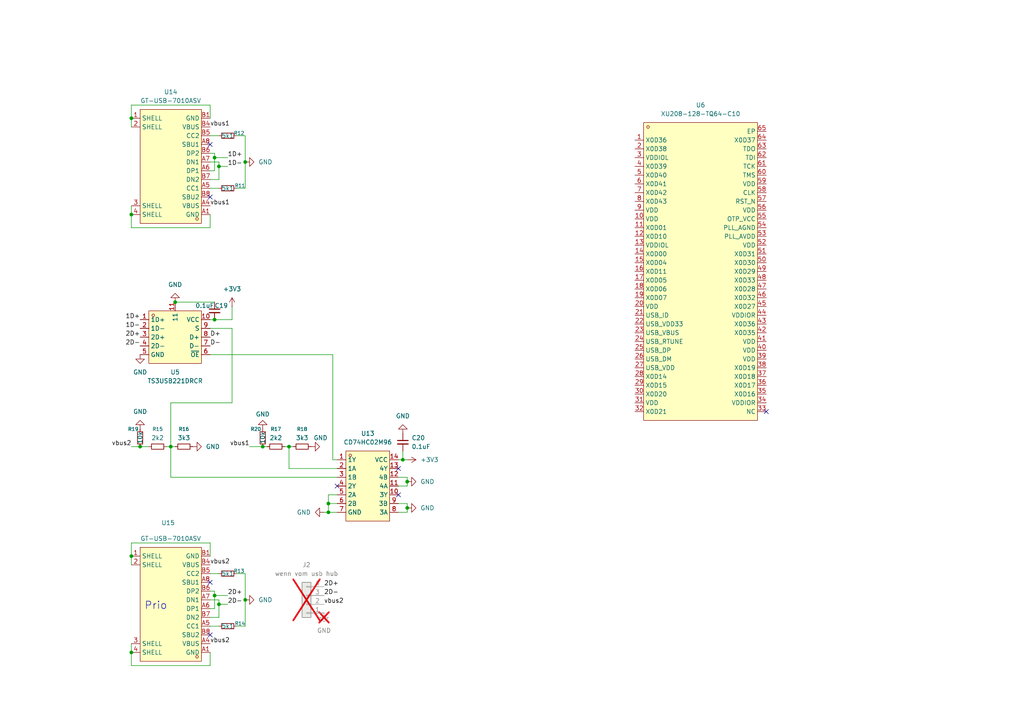
<source format=kicad_sch>
(kicad_sch (version 20250114) (generator "eeschema") (generator_version "9.0")
  (paper "A4")
  (lib_symbols
    (symbol "Connector_Generic:Conn_01x04" (pin_names (offset 1.016) (hide yes))
      (property "Reference" "J" (at 0 5.08 0))
      (property "Value" "Conn_01x04" (at 0 -7.62 0))
      (symbol "Conn_01x04_1_1"
        (rectangle (start -1.27 3.81) (end 1.27 -6.35) (stroke (width 0.254)) (fill (type background)))
        (rectangle (start -1.27 2.667) (end 0 2.413) (stroke (width 0.1524)))
        (rectangle (start -1.27 0.127) (end 0 -0.127) (stroke (width 0.1524)))
        (rectangle (start -1.27 -2.413) (end 0 -2.667) (stroke (width 0.1524)))
        (rectangle (start -1.27 -4.953) (end 0 -5.207) (stroke (width 0.1524)))
        (pin passive line (at -5.08 2.54 0) (length 3.81) (name "Pin_1") (number "1"))
        (pin passive line (at -5.08 0 0) (length 3.81) (name "Pin_2") (number "2"))
        (pin passive line (at -5.08 -2.54 0) (length 3.81) (name "Pin_3") (number "3"))
        (pin passive line (at -5.08 -5.08 0) (length 3.81) (name "Pin_4") (number "4"))
      )
    )
    (symbol "Device:C_Small" (pin_numbers (hide yes)) (pin_names (offset 0.254) (hide yes))
      (property "Reference" "C" (at 0.254 1.778 0))
      (property "Value" "C_Small" (at 0.254 -2.032 0))
      (symbol "C_Small_0_1"
        (polyline (pts (xy -1.524 0.508) (xy 1.524 0.508)) (stroke (width 0.3048)))
        (polyline (pts (xy -1.524 -0.508) (xy 1.524 -0.508)) (stroke (width 0.3302)))
      )
      (symbol "C_Small_1_1"
        (pin passive line (at 0 2.54 270) (length 2.032) (name "~") (number "1"))
        (pin passive line (at 0 -2.54 90) (length 2.032) (name "~") (number "2"))
      )
    )
    (symbol "Device:R_Small" (pin_numbers (hide yes)) (pin_names (offset 0.254) (hide yes))
      (property "Reference" "R" (at 0 0 90))
      (property "Value" "R_Small" (at 1.778 0 90))
      (symbol "R_Small_0_1"
        (rectangle (start -0.762 1.778) (end 0.762 -1.778) (stroke (width 0.2032)))
      )
      (symbol "R_Small_1_1"
        (pin passive line (at 0 2.54 270) (length 0.762) (name "~") (number "1"))
        (pin passive line (at 0 -2.54 90) (length 0.762) (name "~") (number "2"))
      )
    )
    (symbol "GT-USB-7010ASV_1"
      (property "Reference" "U" (at 0 20.32 0))
      (property "Value" "GT-USB-7010ASV" (at 0 -17.78 0))
      (symbol "GT-USB-7010ASV_1_0_1"
        (rectangle (start -10.16 17.78) (end 7.62 -15.24) (fill (type background)))
        (circle (center -8.89 16.51) (radius 0.38))
        (pin unspecified line (at -12.7 10.16 0) (length 2.54) (name "SBU2") (number "B8"))
        (pin unspecified line (at -12.7 7.62 0) (length 2.54) (name "CC1") (number "A5"))
        (pin unspecified line (at -12.7 5.08 0) (length 2.54) (name "DN2") (number "B7"))
        (pin unspecified line (at -12.7 2.54 0) (length 2.54) (name "DP1") (number "A6"))
        (pin unspecified line (at -12.7 0 0) (length 2.54) (name "DN1") (number "A7"))
        (pin unspecified line (at -12.7 -2.54 0) (length 2.54) (name "DP2") (number "B6"))
        (pin unspecified line (at -12.7 -5.08 0) (length 2.54) (name "SBU1") (number "A8"))
        (pin unspecified line (at -12.7 -7.62 0) (length 2.54) (name "CC2") (number "B5"))
        (pin unspecified line (at 10.16 15.24 180) (length 2.54) (name "SHELL") (number "4"))
        (pin unspecified line (at 10.16 12.7 180) (length 2.54) (name "SHELL") (number "3"))
        (pin unspecified line (at 10.16 -10.16 180) (length 2.54) (name "SHELL") (number "2"))
        (pin unspecified line (at 10.16 -12.7 180) (length 2.54) (name "SHELL") (number "1"))
      )
      (symbol "GT-USB-7010ASV_1_1_1"
        (pin unspecified line (at -12.7 15.24 0) (length 2.54) (name "GND") (number "A1"))
        (pin unspecified line (at -12.7 12.7 0) (length 2.54) (name "VBUS") (number "A4"))
        (pin unspecified line (at -12.7 -10.16 0) (length 2.54) (name "VBUS") (number "B4"))
        (pin unspecified line (at -12.7 -12.7 0) (length 2.54) (name "GND") (number "B1"))
      )
    )
    (symbol "easyeda2kicad:CD74HC02M96"
      (property "Reference" "U" (at 0 12.7 0))
      (property "Value" "CD74HC02M96" (at 0 -12.7 0))
      (symbol "CD74HC02M96_0_1"
        (rectangle (start -6.35 10.16) (end 6.35 -10.16) (fill (type background)))
        (circle (center -5.08 8.89) (radius 0.38))
        (pin unspecified line (at -8.89 7.62 0) (length 2.54) (name "1Y") (number "1"))
        (pin unspecified line (at -8.89 5.08 0) (length 2.54) (name "1A") (number "2"))
        (pin unspecified line (at -8.89 2.54 0) (length 2.54) (name "1B") (number "3"))
        (pin unspecified line (at -8.89 0 0) (length 2.54) (name "2Y") (number "4"))
        (pin unspecified line (at -8.89 -2.54 0) (length 2.54) (name "2A") (number "5"))
        (pin unspecified line (at -8.89 -5.08 0) (length 2.54) (name "2B") (number "6"))
        (pin unspecified line (at -8.89 -7.62 0) (length 2.54) (name "GND") (number "7"))
        (pin unspecified line (at 8.89 7.62 180) (length 2.54) (name "VCC") (number "14"))
        (pin unspecified line (at 8.89 5.08 180) (length 2.54) (name "4Y") (number "13"))
        (pin unspecified line (at 8.89 2.54 180) (length 2.54) (name "4B") (number "12"))
        (pin unspecified line (at 8.89 0 180) (length 2.54) (name "4A") (number "11"))
        (pin unspecified line (at 8.89 -2.54 180) (length 2.54) (name "3Y") (number "10"))
        (pin unspecified line (at 8.89 -5.08 180) (length 2.54) (name "3B") (number "9"))
        (pin unspecified line (at 8.89 -7.62 180) (length 2.54) (name "3A") (number "8"))
      )
    )
    (symbol "easyeda2kicad:GT-USB-7010ASV"
      (property "Reference" "U" (at 0 20.32 0))
      (property "Value" "GT-USB-7010ASV" (at 0 -17.78 0))
      (symbol "GT-USB-7010ASV_0_1"
        (rectangle (start -10.16 17.78) (end 7.62 -15.24) (fill (type background)))
        (circle (center -8.89 16.51) (radius 0.38))
        (pin unspecified line (at -12.7 10.16 0) (length 2.54) (name "SBU2") (number "B8"))
        (pin unspecified line (at -12.7 7.62 0) (length 2.54) (name "CC1") (number "A5"))
        (pin unspecified line (at -12.7 5.08 0) (length 2.54) (name "DN2") (number "B7"))
        (pin unspecified line (at -12.7 2.54 0) (length 2.54) (name "DP1") (number "A6"))
        (pin unspecified line (at -12.7 0 0) (length 2.54) (name "DN1") (number "A7"))
        (pin unspecified line (at -12.7 -2.54 0) (length 2.54) (name "DP2") (number "B6"))
        (pin unspecified line (at -12.7 -5.08 0) (length 2.54) (name "SBU1") (number "A8"))
        (pin unspecified line (at -12.7 -7.62 0) (length 2.54) (name "CC2") (number "B5"))
        (pin unspecified line (at 10.16 15.24 180) (length 2.54) (name "SHELL") (number "4"))
        (pin unspecified line (at 10.16 12.7 180) (length 2.54) (name "SHELL") (number "3"))
        (pin unspecified line (at 10.16 -10.16 180) (length 2.54) (name "SHELL") (number "2"))
        (pin unspecified line (at 10.16 -12.7 180) (length 2.54) (name "SHELL") (number "1"))
      )
      (symbol "GT-USB-7010ASV_1_1"
        (pin unspecified line (at -12.7 15.24 0) (length 2.54) (name "GND") (number "A1"))
        (pin unspecified line (at -12.7 12.7 0) (length 2.54) (name "VBUS") (number "A4"))
        (pin unspecified line (at -12.7 -10.16 0) (length 2.54) (name "VBUS") (number "B4"))
        (pin unspecified line (at -12.7 -12.7 0) (length 2.54) (name "GND") (number "B1"))
      )
    )
    (symbol "easyeda2kicad:TS3USB221DRCR"
      (property "Reference" "U" (at 0 15.24 0))
      (property "Value" "TS3USB221DRCR" (at 0 -10.16 0))
      (symbol "TS3USB221DRCR_0_1"
        (rectangle (start -7.62 7.62) (end 7.62 -7.62) (fill (type background)))
        (circle (center -6.35 6.35) (radius 0.38))
        (pin unspecified line (at -10.16 5.08 0) (length 2.54) (name "1D+") (number "1"))
        (pin unspecified line (at -10.16 2.54 0) (length 2.54) (name "1D-") (number "2"))
        (pin unspecified line (at -10.16 0 0) (length 2.54) (name "2D+") (number "3"))
        (pin unspecified line (at -10.16 -2.54 0) (length 2.54) (name "2D-") (number "4"))
        (pin unspecified line (at -10.16 -5.08 0) (length 2.54) (name "GND") (number "5"))
        (pin unspecified line (at 0 10.16 270) (length 2.54) (name "11") (number "11"))
        (pin unspecified line (at 10.16 5.08 180) (length 2.54) (name "VCC") (number "10"))
        (pin unspecified line (at 10.16 2.54 180) (length 2.54) (name "S") (number "9"))
        (pin unspecified line (at 10.16 0 180) (length 2.54) (name "D+") (number "8"))
        (pin unspecified line (at 10.16 -2.54 180) (length 2.54) (name "D-") (number "7"))
        (pin unspecified line (at 10.16 -5.08 180) (length 2.54) (name "~{OE}") (number "6"))
      )
    )
    (symbol "easyeda2kicad:XU208-128-TQ64-C10"
      (property "Reference" "U" (at 0 45.72 0))
      (property "Value" "XU208-128-TQ64-C10" (at 0 -45.72 0))
      (symbol "XU208-128-TQ64-C10_0_1"
        (rectangle (start -16.51 43.18) (end 16.51 -43.18) (fill (type background)))
        (circle (center -15.24 41.91) (radius 0.38))
        (pin unspecified line (at -19.05 38.1 0) (length 2.54) (name "X0D36") (number "1"))
        (pin unspecified line (at -19.05 35.56 0) (length 2.54) (name "X0D38") (number "2"))
        (pin unspecified line (at -19.05 33.02 0) (length 2.54) (name "VDDIOL") (number "3"))
        (pin unspecified line (at -19.05 30.48 0) (length 2.54) (name "X0D39") (number "4"))
        (pin unspecified line (at -19.05 27.94 0) (length 2.54) (name "X0D40") (number "5"))
        (pin unspecified line (at -19.05 25.4 0) (length 2.54) (name "X0D41") (number "6"))
        (pin unspecified line (at -19.05 22.86 0) (length 2.54) (name "X0D42") (number "7"))
        (pin unspecified line (at -19.05 20.32 0) (length 2.54) (name "X0D43") (number "8"))
        (pin unspecified line (at -19.05 17.78 0) (length 2.54) (name "VDD") (number "9"))
        (pin unspecified line (at -19.05 15.24 0) (length 2.54) (name "VDD") (number "10"))
        (pin unspecified line (at -19.05 12.7 0) (length 2.54) (name "X0D01") (number "11"))
        (pin unspecified line (at -19.05 10.16 0) (length 2.54) (name "X0D10") (number "12"))
        (pin unspecified line (at -19.05 7.62 0) (length 2.54) (name "VDDIOL") (number "13"))
        (pin unspecified line (at -19.05 5.08 0) (length 2.54) (name "X0D00") (number "14"))
        (pin unspecified line (at -19.05 2.54 0) (length 2.54) (name "X0D04") (number "15"))
        (pin unspecified line (at -19.05 0 0) (length 2.54) (name "X0D11") (number "16"))
        (pin unspecified line (at -19.05 -2.54 0) (length 2.54) (name "X0D05") (number "17"))
        (pin unspecified line (at -19.05 -5.08 0) (length 2.54) (name "X0D06") (number "18"))
        (pin unspecified line (at -19.05 -7.62 0) (length 2.54) (name "X0D07") (number "19"))
        (pin unspecified line (at -19.05 -10.16 0) (length 2.54) (name "VDD") (number "20"))
        (pin unspecified line (at -19.05 -12.7 0) (length 2.54) (name "USB_ID") (number "21"))
        (pin unspecified line (at -19.05 -15.24 0) (length 2.54) (name "USB_VDD33") (number "22"))
        (pin unspecified line (at -19.05 -17.78 0) (length 2.54) (name "USB_VBUS") (number "23"))
        (pin unspecified line (at -19.05 -20.32 0) (length 2.54) (name "USB_RTUNE") (number "24"))
        (pin unspecified line (at -19.05 -22.86 0) (length 2.54) (name "USB_DP") (number "25"))
        (pin unspecified line (at -19.05 -25.4 0) (length 2.54) (name "USB_DM") (number "26"))
        (pin unspecified line (at -19.05 -27.94 0) (length 2.54) (name "USB_VDD") (number "27"))
        (pin unspecified line (at -19.05 -30.48 0) (length 2.54) (name "X0D14") (number "28"))
        (pin unspecified line (at -19.05 -33.02 0) (length 2.54) (name "X0D15") (number "29"))
        (pin unspecified line (at -19.05 -35.56 0) (length 2.54) (name "X0D20") (number "30"))
        (pin unspecified line (at -19.05 -38.1 0) (length 2.54) (name "VDD") (number "31"))
        (pin unspecified line (at -19.05 -40.64 0) (length 2.54) (name "X0D21") (number "32"))
        (pin unspecified line (at 19.05 40.64 180) (length 2.54) (name "EP") (number "65"))
        (pin unspecified line (at 19.05 38.1 180) (length 2.54) (name "X0D37") (number "64"))
        (pin unspecified line (at 19.05 35.56 180) (length 2.54) (name "TDO") (number "63"))
        (pin unspecified line (at 19.05 33.02 180) (length 2.54) (name "TDI") (number "62"))
        (pin unspecified line (at 19.05 30.48 180) (length 2.54) (name "TCK") (number "61"))
        (pin unspecified line (at 19.05 27.94 180) (length 2.54) (name "TMS") (number "60"))
        (pin unspecified line (at 19.05 25.4 180) (length 2.54) (name "VDD") (number "59"))
        (pin unspecified line (at 19.05 22.86 180) (length 2.54) (name "CLK") (number "58"))
        (pin unspecified line (at 19.05 20.32 180) (length 2.54) (name "RST_N") (number "57"))
        (pin unspecified line (at 19.05 17.78 180) (length 2.54) (name "VDD") (number "56"))
        (pin unspecified line (at 19.05 15.24 180) (length 2.54) (name "OTP_VCC") (number "55"))
        (pin unspecified line (at 19.05 12.7 180) (length 2.54) (name "PLL_AGND") (number "54"))
        (pin unspecified line (at 19.05 10.16 180) (length 2.54) (name "PLL_AVDD") (number "53"))
        (pin unspecified line (at 19.05 7.62 180) (length 2.54) (name "VDD") (number "52"))
        (pin unspecified line (at 19.05 5.08 180) (length 2.54) (name "X0D31") (number "51"))
        (pin unspecified line (at 19.05 2.54 180) (length 2.54) (name "X0D30") (number "50"))
        (pin unspecified line (at 19.05 0 180) (length 2.54) (name "X0D29") (number "49"))
        (pin unspecified line (at 19.05 -2.54 180) (length 2.54) (name "X0D33") (number "48"))
        (pin unspecified line (at 19.05 -5.08 180) (length 2.54) (name "X0D28") (number "47"))
        (pin unspecified line (at 19.05 -7.62 180) (length 2.54) (name "X0D32") (number "46"))
        (pin unspecified line (at 19.05 -10.16 180) (length 2.54) (name "X0D27") (number "45"))
        (pin unspecified line (at 19.05 -12.7 180) (length 2.54) (name "VDDIOR") (number "44"))
        (pin unspecified line (at 19.05 -15.24 180) (length 2.54) (name "X0D36") (number "43"))
        (pin unspecified line (at 19.05 -17.78 180) (length 2.54) (name "X0D35") (number "42"))
        (pin unspecified line (at 19.05 -20.32 180) (length 2.54) (name "VDD") (number "41"))
        (pin unspecified line (at 19.05 -22.86 180) (length 2.54) (name "VDD") (number "40"))
        (pin unspecified line (at 19.05 -25.4 180) (length 2.54) (name "VDD") (number "39"))
        (pin unspecified line (at 19.05 -27.94 180) (length 2.54) (name "X0D19") (number "38"))
        (pin unspecified line (at 19.05 -30.48 180) (length 2.54) (name "X0D18") (number "37"))
        (pin unspecified line (at 19.05 -33.02 180) (length 2.54) (name "X0D17") (number "36"))
        (pin unspecified line (at 19.05 -35.56 180) (length 2.54) (name "X0D16") (number "35"))
        (pin unspecified line (at 19.05 -38.1 180) (length 2.54) (name "VDDIOR") (number "34"))
        (pin unspecified line (at 19.05 -40.64 180) (length 2.54) (name "NC") (number "33"))
      )
    )
    (symbol "power:+3V3" (power) (pin_numbers (hide yes)) (pin_names (offset 0) (hide yes))
      (property "Value" "+3V3" (at 0 3.556 0))
      (symbol "+3V3_0_1"
        (polyline (pts (xy -0.762 1.27) (xy 0 2.54)))
        (polyline (pts (xy 0 2.54) (xy 0.762 1.27)))
        (polyline (pts (xy 0 0) (xy 0 2.54)))
      )
      (symbol "+3V3_1_1"
        (pin power_in line (at 0 0 90) (length 0) (name "~") (number "1"))
      )
    )
    (symbol "power:GND" (power) (pin_numbers (hide yes)) (pin_names (offset 0) (hide yes))
      (property "Value" "GND" (at 0 -3.81 0))
      (symbol "GND_0_1"
        (polyline (pts (xy 0 0) (xy 0 -1.27) (xy 1.27 -1.27) (xy 0 -2.54) (xy -1.27 -1.27) (xy 0 -1.27)))
      )
      (symbol "GND_1_1"
        (pin power_in line (at 0 0 270) (length 0) (name "~") (number "1"))
      )
    )
  )
  (text "Prio" (at 45.212 175.768 0) (effects (font (size 2.159 2.159))))
  (junction (at 118.11 139.7))
  (junction (at 63.5 175.26))
  (junction (at 38.1 62.23))
  (junction (at 62.23 92.71))
  (junction (at 40.64 129.54))
  (junction (at 71.12 173.99))
  (junction (at 49.53 129.54))
  (junction (at 62.23 45.72))
  (junction (at 116.84 133.35))
  (junction (at 95.25 148.59))
  (junction (at 62.23 172.72))
  (junction (at 63.5 48.26))
  (junction (at 95.25 146.05))
  (junction (at 50.8 87.63))
  (junction (at 38.1 161.29))
  (junction (at 76.2 129.54))
  (junction (at 83.82 129.54))
  (junction (at 118.11 147.32))
  (junction (at 71.12 46.99))
  (junction (at 38.1 189.23))
  (junction (at 38.1 34.29))
  (no_connect (at 60.96 57.15))
  (no_connect (at 60.96 168.91))
  (no_connect (at 115.57 135.89))
  (no_connect (at 97.79 140.97))
  (no_connect (at 60.96 184.15))
  (no_connect (at 60.96 41.91))
  (no_connect (at 115.57 143.51))
  (no_connect (at 222.25 119.38))
  (wire (pts (xy 60.96 39.37) (xy 63.5 39.37)))
  (wire (pts (xy 60.96 30.48) (xy 38.1 30.48)))
  (wire (pts (xy 67.31 116.84) (xy 67.31 95.25)))
  (wire (pts (xy 118.11 146.05) (xy 118.11 147.32)))
  (wire (pts (xy 93.98 148.59) (xy 95.25 148.59)))
  (wire (pts (xy 63.5 46.99) (xy 60.96 46.99)))
  (wire (pts (xy 67.31 92.71) (xy 67.31 88.9)))
  (wire (pts (xy 63.5 48.26) (xy 66.04 48.26)))
  (wire (pts (xy 118.11 140.97) (xy 115.57 140.97)))
  (wire (pts (xy 38.1 59.69) (xy 38.1 62.23)))
  (wire (pts (xy 60.96 161.29) (xy 60.96 157.48)))
  (wire (pts (xy 40.64 129.54) (xy 43.18 129.54)))
  (wire (pts (xy 71.12 173.99) (xy 71.12 166.37)))
  (wire (pts (xy 71.12 39.37) (xy 68.58 39.37)))
  (wire (pts (xy 49.53 138.43) (xy 49.53 129.54)))
  (wire (pts (xy 97.79 135.89) (xy 83.82 135.89)))
  (wire (pts (xy 49.53 138.43) (xy 97.79 138.43)))
  (wire (pts (xy 83.82 129.54) (xy 83.82 135.89)))
  (wire (pts (xy 116.84 130.81) (xy 116.84 133.35)))
  (wire (pts (xy 118.11 148.59) (xy 115.57 148.59)))
  (wire (pts (xy 38.1 129.54) (xy 40.64 129.54)))
  (wire (pts (xy 118.11 138.43) (xy 118.11 139.7)))
  (wire (pts (xy 96.52 133.35) (xy 96.52 102.87)))
  (wire (pts (xy 118.11 133.35) (xy 116.84 133.35)))
  (wire (pts (xy 63.5 175.26) (xy 63.5 173.99)))
  (wire (pts (xy 118.11 147.32) (xy 118.11 148.59)))
  (wire (pts (xy 60.96 49.53) (xy 62.23 49.53)))
  (wire (pts (xy 68.58 181.61) (xy 71.12 181.61)))
  (wire (pts (xy 38.1 157.48) (xy 38.1 161.29)))
  (wire (pts (xy 71.12 46.99) (xy 71.12 39.37)))
  (wire (pts (xy 60.96 92.71) (xy 62.23 92.71)))
  (wire (pts (xy 95.25 143.51) (xy 97.79 143.51)))
  (wire (pts (xy 71.12 166.37) (xy 68.58 166.37)))
  (wire (pts (xy 62.23 172.72) (xy 66.04 172.72)))
  (wire (pts (xy 62.23 45.72) (xy 62.23 44.45)))
  (wire (pts (xy 38.1 66.04) (xy 60.96 66.04)))
  (wire (pts (xy 38.1 62.23) (xy 38.1 66.04)))
  (wire (pts (xy 63.5 173.99) (xy 60.96 173.99)))
  (wire (pts (xy 96.52 102.87) (xy 60.96 102.87)))
  (wire (pts (xy 63.5 52.07) (xy 63.5 48.26)))
  (wire (pts (xy 38.1 186.69) (xy 38.1 189.23)))
  (wire (pts (xy 68.58 54.61) (xy 71.12 54.61)))
  (wire (pts (xy 116.84 133.35) (xy 115.57 133.35)))
  (wire (pts (xy 38.1 34.29) (xy 38.1 36.83)))
  (wire (pts (xy 63.5 48.26) (xy 63.5 46.99)))
  (wire (pts (xy 95.25 146.05) (xy 95.25 148.59)))
  (wire (pts (xy 38.1 161.29) (xy 38.1 163.83)))
  (wire (pts (xy 49.53 129.54) (xy 49.53 116.84)))
  (wire (pts (xy 60.96 176.53) (xy 62.23 176.53)))
  (wire (pts (xy 67.31 95.25) (xy 60.96 95.25)))
  (wire (pts (xy 95.25 146.05) (xy 97.79 146.05)))
  (wire (pts (xy 60.96 66.04) (xy 60.96 62.23)))
  (wire (pts (xy 60.96 166.37) (xy 63.5 166.37)))
  (wire (pts (xy 38.1 189.23) (xy 38.1 193.04)))
  (wire (pts (xy 95.25 143.51) (xy 95.25 146.05)))
  (wire (pts (xy 50.8 87.63) (xy 62.23 87.63)))
  (wire (pts (xy 60.96 52.07) (xy 63.5 52.07)))
  (wire (pts (xy 118.11 139.7) (xy 118.11 140.97)))
  (wire (pts (xy 62.23 176.53) (xy 62.23 172.72)))
  (wire (pts (xy 118.11 138.43) (xy 115.57 138.43)))
  (wire (pts (xy 62.23 172.72) (xy 62.23 171.45)))
  (wire (pts (xy 71.12 181.61) (xy 71.12 173.99)))
  (wire (pts (xy 95.25 148.59) (xy 97.79 148.59)))
  (wire (pts (xy 62.23 45.72) (xy 66.04 45.72)))
  (wire (pts (xy 60.96 179.07) (xy 63.5 179.07)))
  (wire (pts (xy 62.23 92.71) (xy 67.31 92.71)))
  (wire (pts (xy 76.2 129.54) (xy 77.47 129.54)))
  (wire (pts (xy 71.12 54.61) (xy 71.12 46.99)))
  (wire (pts (xy 48.26 129.54) (xy 49.53 129.54)))
  (wire (pts (xy 62.23 44.45) (xy 60.96 44.45)))
  (wire (pts (xy 38.1 30.48) (xy 38.1 34.29)))
  (wire (pts (xy 63.5 179.07) (xy 63.5 175.26)))
  (wire (pts (xy 118.11 146.05) (xy 115.57 146.05)))
  (wire (pts (xy 60.96 157.48) (xy 38.1 157.48)))
  (wire (pts (xy 83.82 129.54) (xy 85.09 129.54)))
  (wire (pts (xy 96.52 133.35) (xy 97.79 133.35)))
  (wire (pts (xy 60.96 193.04) (xy 60.96 189.23)))
  (wire (pts (xy 49.53 129.54) (xy 50.8 129.54)))
  (wire (pts (xy 82.55 129.54) (xy 83.82 129.54)))
  (wire (pts (xy 62.23 171.45) (xy 60.96 171.45)))
  (wire (pts (xy 72.39 129.54) (xy 76.2 129.54)))
  (wire (pts (xy 63.5 175.26) (xy 66.04 175.26)))
  (wire (pts (xy 38.1 193.04) (xy 60.96 193.04)))
  (wire (pts (xy 62.23 49.53) (xy 62.23 45.72)))
  (wire (pts (xy 60.96 34.29) (xy 60.96 30.48)))
  (wire (pts (xy 60.96 181.61) (xy 63.5 181.61)))
  (wire (pts (xy 60.96 54.61) (xy 63.5 54.61)))
  (wire (pts (xy 49.53 116.84) (xy 67.31 116.84)))
  (label "vbus2" (at 60.96 163.83 0))
  (label "vbus1" (at 60.96 36.83 0))
  (label "vbus2" (at 93.98 175.26 0))
  (label "1D+" (at 40.64 92.71 180))
  (label "vbus2" (at 60.96 186.69 0))
  (label "vbus1" (at 72.39 129.54 180))
  (label "vbus1" (at 60.96 59.69 0))
  (label "2D+" (at 66.04 172.72 0))
  (label "2D-" (at 66.04 175.26 0))
  (label "D+" (at 60.96 97.79 0))
  (label "vbus2" (at 38.1 129.54 180))
  (label "1D+" (at 66.04 45.72 0))
  (label "2D+" (at 93.98 170.18 0))
  (label "1D-" (at 66.04 48.26 0))
  (label "2D-" (at 40.64 100.33 180))
  (label "2D+" (at 40.64 97.79 180))
  (label "1D-" (at 40.64 95.25 180))
  (label "2D-" (at 93.98 172.72 0))
  (label "D-" (at 60.96 100.33 0))
  (symbol (lib_id "Device:R_Small") (at 80.01 129.54 90) (unit 1)
    (property "Reference" "R17" (at 80.01 124.46 90) (effects (font (size 1.016 1.016))))
    (property "Value" "2k2" (at 80.01 127 90))
    (property "Description" "Resistor, small symbol" (effects (hide yes)))
  )
  (symbol (lib_id "Device:R_Small") (at 66.04 166.37 90) (unit 1)
    (property "Reference" "R13" (at 69.342 165.608 90) (effects (font (size 1.016 1.016))))
    (property "Value" "5k1" (at 66.04 166.37 90))
    (property "Description" "Resistor, small symbol" (effects (hide yes)))
  )
  (symbol (lib_id "power:GND") (at 116.84 125.73 180) (unit 1)
    (property "Reference" "#PWR045" (effects (hide yes)))
    (property "Value" "GND" (at 116.84 120.65 0))
    (property "Description" "Power symbol creates a global label with name \"GND\" , ground" (effects (hide yes)))
  )
  (symbol (lib_id "power:+3V3") (at 67.31 88.9 0) (unit 1)
    (property "Reference" "#PWR042" (effects (hide yes)))
    (property "Value" "+3V3" (at 67.31 83.82 0))
    (property "Description" "Power symbol creates a global label with name \"+3V3\"" (effects (hide yes)))
  )
  (symbol (lib_id "power:GND") (at 40.64 124.46 180) (unit 1)
    (property "Reference" "#PWR050" (effects (hide yes)))
    (property "Value" "GND" (at 40.64 119.38 0))
    (property "Description" "Power symbol creates a global label with name \"GND\" , ground" (effects (hide yes)))
  )
  (symbol (lib_id "easyeda2kicad:XU208-128-TQ64-C10") (at 203.2 78.74 0) (unit 1)
    (property "Reference" "U6" (at 203.2 30.48 0))
    (property "Value" "XU208-128-TQ64-C10" (at 203.2 33.02 0))
    (property "Footprint" "easyeda2kicad:TQFP-64_L10.0-W10.0-P0.50-LS12.0-BL-EP5.3" (effects (hide yes)))
    (property "LCSC Part" "C2640133" (effects (hide yes)))
  )
  (symbol (lib_id "power:GND") (at 93.98 177.8 0) (unit 1) (in_bom no) (on_board no) (dnp yes)
    (property "Reference" "#PWR054" (effects (hide yes)))
    (property "Value" "GND" (at 93.98 182.88 0))
    (property "Description" "Power symbol creates a global label with name \"GND\" , ground" (effects (hide yes)))
  )
  (symbol (lib_id "power:+3V3") (at 118.11 133.35 270) (unit 1)
    (property "Reference" "#PWR043" (effects (hide yes)))
    (property "Value" "+3V3" (at 121.92 133.3499 90) (effects (justify left)))
    (property "Description" "Power symbol creates a global label with name \"+3V3\"" (effects (hide yes)))
  )
  (symbol (lib_id "Device:C_Small") (at 116.84 128.27 0) (unit 1)
    (property "Reference" "C20" (at 119.38 127.0062 0) (effects (justify left)))
    (property "Value" "0.1uF" (at 119.38 129.5462 0) (effects (justify left)))
    (property "Description" "Unpolarized capacitor, small symbol" (effects (hide yes)))
  )
  (symbol (lib_id "power:GND") (at 118.11 139.7 90) (unit 1)
    (property "Reference" "#PWR053" (effects (hide yes)))
    (property "Value" "GND" (at 121.92 139.6999 90) (effects (justify right)))
    (property "Description" "Power symbol creates a global label with name \"GND\" , ground" (effects (hide yes)))
  )
  (symbol (lib_id "power:GND") (at 50.8 87.63 180) (unit 1)
    (property "Reference" "#PWR041" (effects (hide yes)))
    (property "Value" "GND" (at 50.8 82.55 0))
    (property "Description" "Power symbol creates a global label with name \"GND\" , ground" (effects (hide yes)))
  )
  (symbol (lib_id "easyeda2kicad:TS3USB221DRCR") (at 50.8 97.79 0) (unit 1)
    (property "Reference" "U5" (at 50.8 107.95 0))
    (property "Value" "TS3USB221DRCR" (at 50.8 110.49 0))
    (property "Footprint" "easyeda2kicad:VSON-10_L3.0-W3.0-P0.50-TL-EP_TPS62410DRCR" (effects (hide yes)))
    (property "Datasheet" "https://lcsc.com/product-detail/Others_Texas-Instruments_TS3USB221DRCR_Texas-Instruments-TI-TS3USB221DRCR_C324071.html" (effects (hide yes)))
    (property "LCSC Part" "C324071" (effects (hide yes)))
  )
  (symbol (lib_id "Device:R_Small") (at 66.04 39.37 90) (unit 1)
    (property "Reference" "R12" (at 69.342 38.608 90) (effects (font (size 1.016 1.016))))
    (property "Value" "5k1" (at 66.04 39.37 90))
    (property "Description" "Resistor, small symbol" (effects (hide yes)))
  )
  (symbol (lib_id "Device:C_Small") (at 62.23 90.17 0) (unit 1)
    (property "Reference" "C19" (at 62.23 88.646 0) (effects (justify left)))
    (property "Value" "0.1uF" (at 56.642 88.646 0) (effects (justify left)))
    (property "Description" "Unpolarized capacitor, small symbol" (effects (hide yes)))
  )
  (symbol (lib_id "Device:R_Small") (at 87.63 129.54 90) (unit 1)
    (property "Reference" "R18" (at 87.63 124.46 90) (effects (font (size 1.016 1.016))))
    (property "Value" "3k3" (at 87.63 127 90))
    (property "Description" "Resistor, small symbol" (effects (hide yes)))
  )
  (symbol (lib_id "easyeda2kicad:CD74HC02M96") (at 106.68 140.97 0) (unit 1)
    (property "Reference" "U13" (at 106.68 125.73 0))
    (property "Value" "CD74HC02M96" (at 106.68 128.27 0))
    (property "Footprint" "easyeda2kicad:SOIC-14_L8.7-W3.9-P1.27-LS6.0-BL" (effects (hide yes)))
    (property "Datasheet" "https://lcsc.com/product-detail/New-Arrivals_Texas-Instruments-Texas-Instruments-CD74HC02M96_C484712.html" (effects (hide yes)))
    (property "LCSC Part" "C484712" (effects (hide yes)))
  )
  (symbol (lib_id "power:GND") (at 93.98 148.59 270) (unit 1)
    (property "Reference" "#PWR044" (effects (hide yes)))
    (property "Value" "GND" (at 90.17 148.5899 90) (effects (justify right)))
    (property "Description" "Power symbol creates a global label with name \"GND\" , ground" (effects (hide yes)))
  )
  (symbol (lib_id "easyeda2kicad:GT-USB-7010ASV") (at 48.26 46.99 180) (unit 1)
    (property "Reference" "U14" (at 49.53 26.67 0))
    (property "Value" "GT-USB-7010ASV" (at 49.53 29.21 0))
    (property "Footprint" "easyeda2kicad:USB-C-SMD_G-SWITCH_GT-USB-7010ASV" (effects (hide yes)))
    (property "LCSC Part" "C2988369" (effects (hide yes)))
  )
  (symbol (lib_id "power:GND") (at 71.12 46.99 90) (unit 1)
    (property "Reference" "#PWR046" (effects (hide yes)))
    (property "Value" "GND" (at 74.93 46.9899 90) (effects (justify right)))
    (property "Description" "Power symbol creates a global label with name \"GND\" , ground" (effects (hide yes)))
  )
  (symbol (lib_id "power:GND") (at 40.64 102.87 0) (unit 1)
    (property "Reference" "#PWR040" (effects (hide yes)))
    (property "Value" "GND" (at 40.64 107.95 0))
    (property "Description" "Power symbol creates a global label with name \"GND\" , ground" (effects (hide yes)))
  )
  (symbol (lib_id "power:GND") (at 71.12 173.99 90) (unit 1)
    (property "Reference" "#PWR047" (effects (hide yes)))
    (property "Value" "GND" (at 74.93 173.9899 90) (effects (justify right)))
    (property "Description" "Power symbol creates a global label with name \"GND\" , ground" (effects (hide yes)))
  )
  (symbol (lib_id "power:GND") (at 90.17 129.54 90) (unit 1)
    (property "Reference" "#PWR049" (effects (hide yes)))
    (property "Value" "GND" (at 90.932 127 90) (effects (justify right)))
    (property "Description" "Power symbol creates a global label with name \"GND\" , ground" (effects (hide yes)))
  )
  (symbol (lib_id "Device:R_Small") (at 66.04 54.61 90) (unit 1)
    (property "Reference" "R11" (at 69.596 53.848 90) (effects (font (size 1.016 1.016))))
    (property "Value" "5k1" (at 66.04 54.61 90))
    (property "Description" "Resistor, small symbol" (effects (hide yes)))
  )
  (symbol (lib_id "Device:R_Small") (at 76.2 127 180) (unit 1)
    (property "Reference" "R20" (at 72.644 124.46 0) (effects (font (size 1.016 1.016)) (justify right)))
    (property "Value" "10k" (at 76.2 128.778 90) (effects (justify right)))
    (property "Description" "Resistor, small symbol" (effects (hide yes)))
  )
  (symbol (lib_id "Device:R_Small") (at 53.34 129.54 90) (unit 1)
    (property "Reference" "R16" (at 53.34 124.46 90) (effects (font (size 1.016 1.016))))
    (property "Value" "3k3" (at 53.34 127 90))
    (property "Description" "Resistor, small symbol" (effects (hide yes)))
  )
  (symbol (lib_name "GT-USB-7010ASV_1") (lib_id "easyeda2kicad:GT-USB-7010ASV") (at 48.26 173.99 180) (unit 1)
    (property "Reference" "U15" (at 48.768 151.638 0))
    (property "Value" "GT-USB-7010ASV" (at 49.53 156.21 0))
    (property "Footprint" "easyeda2kicad:USB-C-SMD_G-SWITCH_GT-USB-7010ASV" (effects (hide yes)))
    (property "LCSC Part" "C2988369" (effects (hide yes)))
  )
  (symbol (lib_id "Connector_Generic:Conn_01x04") (at 88.9 175.26 180) (unit 1) (in_bom no) (on_board no) (dnp yes)
    (property "Reference" "J2" (at 88.9 163.83 0))
    (property "Value" "wenn vom usb hub" (at 88.9 166.37 0))
    (property "Description" "Generic connector, single row, 01x04, script generated (kicad-library-utils/schlib/autogen/connector/)" (effects (hide yes)))
  )
  (symbol (lib_id "power:GND") (at 55.88 129.54 90) (unit 1)
    (property "Reference" "#PWR048" (effects (hide yes)))
    (property "Value" "GND" (at 59.69 129.5399 90) (effects (justify right)))
    (property "Description" "Power symbol creates a global label with name \"GND\" , ground" (effects (hide yes)))
  )
  (symbol (lib_id "Device:R_Small") (at 66.04 181.61 90) (unit 1)
    (property "Reference" "R14" (at 69.596 180.848 90) (effects (font (size 1.016 1.016))))
    (property "Value" "5k1" (at 66.04 181.61 90))
    (property "Description" "Resistor, small symbol" (effects (hide yes)))
  )
  (symbol (lib_id "power:GND") (at 118.11 147.32 90) (unit 1)
    (property "Reference" "#PWR052" (effects (hide yes)))
    (property "Value" "GND" (at 121.92 147.3199 90) (effects (justify right)))
    (property "Description" "Power symbol creates a global label with name \"GND\" , ground" (effects (hide yes)))
  )
  (symbol (lib_id "Device:R_Small") (at 40.64 127 180) (unit 1)
    (property "Reference" "R19" (at 37.084 124.46 0) (effects (font (size 1.016 1.016)) (justify right)))
    (property "Value" "10k" (at 40.64 128.778 90) (effects (justify right)))
    (property "Description" "Resistor, small symbol" (effects (hide yes)))
  )
  (symbol (lib_id "Device:R_Small") (at 45.72 129.54 90) (unit 1)
    (property "Reference" "R15" (at 45.72 124.46 90) (effects (font (size 1.016 1.016))))
    (property "Value" "2k2" (at 45.72 127 90))
    (property "Description" "Resistor, small symbol" (effects (hide yes)))
  )
  (symbol (lib_id "power:GND") (at 76.2 124.46 180) (unit 1)
    (property "Reference" "#PWR051" (effects (hide yes)))
    (property "Value" "GND" (at 76.2 120.142 0))
    (property "Description" "Power symbol creates a global label with name \"GND\" , ground" (effects (hide yes)))
  )
)
</source>
